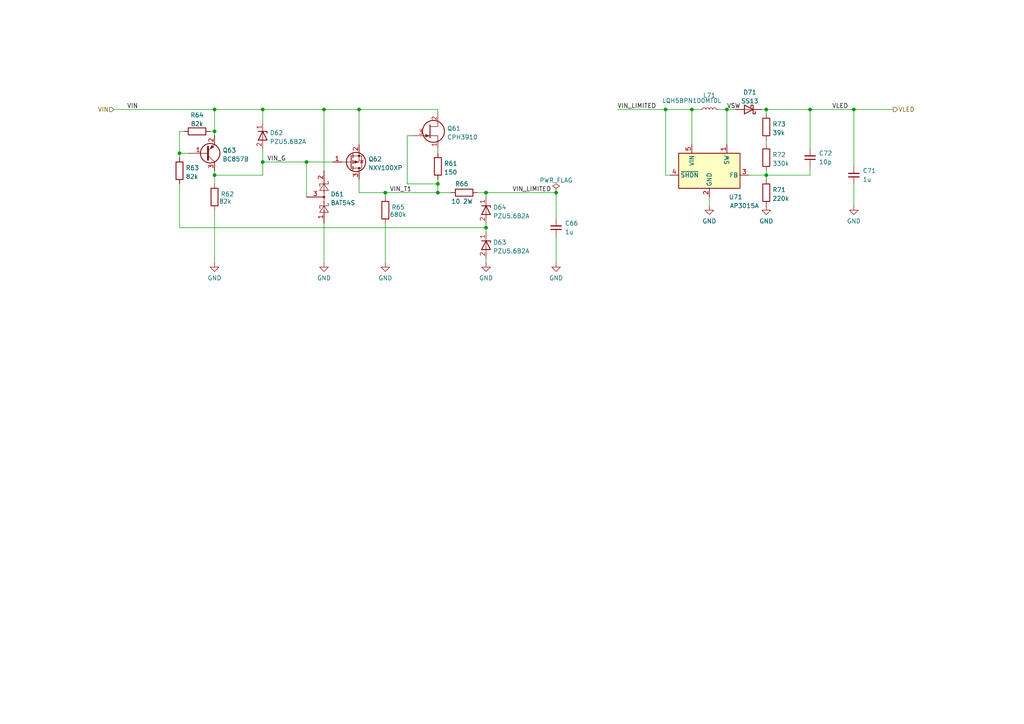
<source format=kicad_sch>
(kicad_sch (version 20211123) (generator eeschema)
  (paper "A4")
  (lib_symbols
    (symbol "AA-OSA-Basic:BAT54S" (pin_names (offset 1.016))
      (property "Reference" "D" (at 0.635 -3.81 0))
      (property "Value" "BAT54S" (at -6.35 3.175 0))
      (symbol "BAT54S_0_1"
        (polyline (pts (xy -3.81 0) (xy -1.27 0)))
        (polyline (pts (xy -3.175 -1.27) (xy -3.175 -1.016)))
        (polyline (pts (xy -2.54 -1.27) (xy -3.175 -1.27)))
        (polyline (pts (xy -2.54 -1.27) (xy -2.54 1.27)))
        (polyline (pts (xy -2.54 1.27) (xy -1.905 1.27)))
        (polyline (pts (xy -1.905 0) (xy 1.905 0)))
        (polyline (pts (xy -1.905 1.27) (xy -1.905 1.016)))
        (polyline (pts (xy 1.27 0) (xy 3.81 0)))
        (polyline (pts (xy 3.175 -1.27) (xy 3.175 -1.016)))
        (polyline (pts (xy 3.81 -1.27) (xy 3.175 -1.27)))
        (polyline (pts (xy 3.81 -1.27) (xy 3.81 1.27)))
        (polyline (pts (xy 3.81 1.27) (xy 4.445 1.27)))
        (polyline (pts (xy 4.445 1.27) (xy 4.445 1.016)))
        (polyline (pts (xy -4.445 1.27) (xy -4.445 -1.27) (xy -2.54 0) (xy -4.445 1.27)))
        (polyline (pts (xy 1.905 1.27) (xy 1.905 -1.27) (xy 3.81 0) (xy 1.905 1.27)))
        (circle (center 0 0) (radius 0.254) (fill (type outline)))
      )
      (symbol "BAT54S_1_1"
        (pin passive line (at -7.62 0 0) (length 3.81) (name "~") (number "1"))
        (pin passive line (at 7.62 0 180) (length 3.81) (name "~") (number "2"))
        (pin passive line (at 0 -5.08 90) (length 5.08) (name "~") (number "3"))
      )
    )
    (symbol "AA-OSA-Basic:BC857B" (pin_names (offset 0) hide)
      (property "Reference" "Q" (at 5.08 1.905 0))
      (property "Value" "BC857B" (at 5.08 0 0))
      (symbol "BC857B_0_1"
        (polyline (pts (xy 0.635 0.635) (xy 2.54 2.54)))
        (polyline (pts (xy 0.635 -0.635) (xy 2.54 -2.54) (xy 2.54 -2.54)))
        (polyline (pts (xy 0.635 1.905) (xy 0.635 -1.905) (xy 0.635 -1.905)) (stroke (width 0.508)))
        (polyline (pts (xy 2.286 -1.778) (xy 1.778 -2.286) (xy 1.27 -1.27) (xy 2.286 -1.778) (xy 2.286 -1.778)) (fill (type outline)))
        (circle (center 1.27 0) (radius 2.8194) (stroke (width 0.254)))
      )
      (symbol "BC857B_1_1"
        (pin input line (at -5.08 0 0) (length 5.715) (name "B") (number "1"))
        (pin passive line (at 2.54 -5.08 90) (length 2.54) (name "E") (number "2"))
        (pin passive line (at 2.54 5.08 270) (length 2.54) (name "C") (number "3"))
      )
    )
    (symbol "AA-OSA-Basic:CPH3910" (pin_names (offset 0) hide)
      (property "Reference" "Q" (at 5.08 1.27 0))
      (property "Value" "CPH3910" (at 5.08 -1.27 0))
      (symbol "CPH3910_0_1"
        (polyline (pts (xy 0.254 1.905) (xy 0.254 -1.905) (xy 0.254 -1.905)) (stroke (width 0.254)))
        (polyline (pts (xy 2.54 -2.54) (xy 2.54 -1.27) (xy 0.254 -1.27)))
        (polyline (pts (xy 2.54 2.54) (xy 2.54 1.397) (xy 0.254 1.397)))
        (polyline (pts (xy 0 -1.27) (xy -1.016 -0.889) (xy -1.016 -1.651) (xy 0 -1.27)) (fill (type outline)))
        (circle (center 1.27 0) (radius 3.175) (stroke (width 0.254)))
      )
      (symbol "CPH3910_1_1"
        (pin passive line (at 2.54 -5.08 90) (length 2.54) (name "S") (number "1"))
        (pin passive line (at 2.54 5.08 270) (length 2.54) (name "D") (number "2"))
        (pin input line (at -5.08 -1.27 0) (length 5.334) (name "G") (number "3"))
      )
    )
    (symbol "AA-OSA-Basic:NXV100XP" (pin_names (offset 0) hide)
      (property "Reference" "Q" (at 5.08 1.27 0))
      (property "Value" "NXV100XP" (at 5.08 -1.27 0))
      (property "Spice_Primitive" "X" (at 5.08 1.27 0))
      (property "Spice_Model" "NXV100XP" (at 5.08 1.27 0))
      (property "Spice_Netlist_Enabled" "Y" (at 5.08 1.27 0))
      (property "Spice_Lib_File" "/Users/osa/ELEC/libs/Spice/AA-osa-MosfetP.pspice" (at 5.08 1.27 0))
      (symbol "NXV100XP_0_1"
        (polyline (pts (xy 0.254 0) (xy -2.54 0)))
        (polyline (pts (xy 0.254 1.905) (xy 0.254 -1.905)) (stroke (width 0.254)))
        (polyline (pts (xy 0.762 -1.27) (xy 0.762 -2.286)) (stroke (width 0.254)))
        (polyline (pts (xy 0.762 0.508) (xy 0.762 -0.508)) (stroke (width 0.254)))
        (polyline (pts (xy 0.762 2.286) (xy 0.762 1.27)) (stroke (width 0.254)))
        (polyline (pts (xy 2.54 2.54) (xy 2.54 1.778)))
        (polyline (pts (xy 2.54 -2.54) (xy 2.54 0) (xy 0.762 0)))
        (polyline (pts (xy 0.762 1.778) (xy 3.302 1.778) (xy 3.302 -1.778) (xy 0.762 -1.778)))
        (polyline (pts (xy 2.286 0) (xy 1.27 0.381) (xy 1.27 -0.381) (xy 2.286 0)) (fill (type outline)))
        (polyline (pts (xy 2.794 -0.508) (xy 2.921 -0.381) (xy 3.683 -0.381) (xy 3.81 -0.254)))
        (polyline (pts (xy 3.302 -0.381) (xy 2.921 0.254) (xy 3.683 0.254) (xy 3.302 -0.381)))
        (circle (center 1.651 0) (radius 2.794) (stroke (width 0.254)))
        (circle (center 2.54 -1.778) (radius 0.254) (fill (type outline)))
        (circle (center 2.54 1.778) (radius 0.254) (fill (type outline)))
      )
      (symbol "NXV100XP_1_1"
        (pin input line (at -5.08 0 0) (length 2.54) (name "G") (number "1"))
        (pin passive line (at 2.54 -5.08 90) (length 2.54) (name "S") (number "2"))
        (pin passive line (at 2.54 5.08 270) (length 2.54) (name "D") (number "3"))
      )
    )
    (symbol "AA-OSA-Basic:Zener_SOD323" (pin_names (offset 1.016) hide)
      (property "Reference" "D" (at 0 2.54 0))
      (property "Value" "Zener_SOD323" (at 0 -2.54 0))
      (symbol "Zener_SOD323_0_1"
        (polyline (pts (xy 1.27 0) (xy -1.27 0)))
        (polyline (pts (xy -1.27 -1.27) (xy -1.27 1.27) (xy -0.762 1.27)) (stroke (width 0.254)))
        (polyline (pts (xy 1.27 -1.27) (xy 1.27 1.27) (xy -1.27 0) (xy 1.27 -1.27)) (stroke (width 0.254)))
      )
      (symbol "Zener_SOD323_1_1"
        (pin passive line (at -3.81 0 0) (length 2.54) (name "K") (number "1"))
        (pin passive line (at 3.81 0 180) (length 2.54) (name "A") (number "2"))
      )
    )
    (symbol "AA-OSA-Power:AP3015A"
      (property "Reference" "U" (at 3.81 -6.35 0))
      (property "Value" "AP3015A" (at 7.62 -8.89 0))
      (symbol "AP3015A_0_1"
        (rectangle (start -8.89 5.08) (end 8.89 -5.08) (stroke (width 0.254)) (fill (type background)))
      )
      (symbol "AP3015A_1_1"
        (pin output line (at 5.08 7.62 270) (length 2.54) (name "SW") (number "1"))
        (pin power_in line (at 0 -7.62 90) (length 2.54) (name "GND") (number "2"))
        (pin input line (at 11.43 -1.27 180) (length 2.54) (name "FB") (number "3"))
        (pin input line (at -11.43 -1.27 0) (length 2.54) (name "~{SHDN}") (number "4"))
        (pin power_in line (at -5.08 7.62 270) (length 2.54) (name "VIN") (number "5"))
      )
    )
    (symbol "Device:C_Small" (pin_numbers hide) (pin_names (offset 0.254) hide)
      (property "Reference" "C" (at 0.254 1.778 0))
      (property "Value" "C_Small" (at 0.254 -2.032 0))
      (symbol "C_Small_0_1"
        (polyline (pts (xy -1.524 -0.508) (xy 1.524 -0.508)) (stroke (width 0.3302)))
        (polyline (pts (xy -1.524 0.508) (xy 1.524 0.508)) (stroke (width 0.3048)))
      )
      (symbol "C_Small_1_1"
        (pin passive line (at 0 2.54 270) (length 2.032) (name "~") (number "1"))
        (pin passive line (at 0 -2.54 90) (length 2.032) (name "~") (number "2"))
      )
    )
    (symbol "Device:D_Schottky" (pin_numbers hide) (pin_names (offset 1.016) hide)
      (property "Reference" "D" (at 0 2.54 0))
      (property "Value" "D_Schottky" (at 0 -2.54 0))
      (symbol "D_Schottky_0_1"
        (polyline (pts (xy 1.27 0) (xy -1.27 0)))
        (polyline (pts (xy 1.27 1.27) (xy 1.27 -1.27) (xy -1.27 0) (xy 1.27 1.27)) (stroke (width 0.254)))
        (polyline (pts (xy -1.905 0.635) (xy -1.905 1.27) (xy -1.27 1.27) (xy -1.27 -1.27) (xy -0.635 -1.27) (xy -0.635 -0.635)) (stroke (width 0.254)))
      )
      (symbol "D_Schottky_1_1"
        (pin passive line (at -3.81 0 0) (length 2.54) (name "K") (number "1"))
        (pin passive line (at 3.81 0 180) (length 2.54) (name "A") (number "2"))
      )
    )
    (symbol "Device:L_Small" (pin_numbers hide) (pin_names (offset 0.254) hide)
      (property "Reference" "L" (at 0.762 1.016 0))
      (property "Value" "L_Small" (at 0.762 -1.016 0))
      (symbol "L_Small_0_1"
        (arc (start 0 -2.032) (mid 0.508 -1.524) (end 0 -1.016))
        (arc (start 0 -1.016) (mid 0.508 -0.508) (end 0 0))
        (arc (start 0 0) (mid 0.508 0.508) (end 0 1.016))
        (arc (start 0 1.016) (mid 0.508 1.524) (end 0 2.032))
      )
      (symbol "L_Small_1_1"
        (pin passive line (at 0 2.54 270) (length 0.508) (name "~") (number "1"))
        (pin passive line (at 0 -2.54 90) (length 0.508) (name "~") (number "2"))
      )
    )
    (symbol "Device:R" (pin_numbers hide) (pin_names (offset 0))
      (property "Reference" "R" (at 2.032 0 90))
      (property "Value" "R" (at 0 0 90))
      (symbol "R_0_1"
        (rectangle (start -1.016 -2.54) (end 1.016 2.54) (stroke (width 0.254)))
      )
      (symbol "R_1_1"
        (pin passive line (at 0 3.81 270) (length 1.27) (name "~") (number "1"))
        (pin passive line (at 0 -3.81 90) (length 1.27) (name "~") (number "2"))
      )
    )
    (symbol "power:GND" (power) (pin_names (offset 0))
      (property "Value" "GND" (at 0 -3.81 0))
      (symbol "GND_0_1"
        (polyline (pts (xy 0 0) (xy 0 -1.27) (xy 1.27 -1.27) (xy 0 -2.54) (xy -1.27 -1.27) (xy 0 -1.27)))
      )
      (symbol "GND_1_1"
        (pin power_in line (at 0 0 270) (length 0) hide (name "GND") (number "1"))
      )
    )
    (symbol "power:PWR_FLAG" (power) (pin_numbers hide) (pin_names (offset 0) hide)
      (property "Value" "PWR_FLAG" (at 0 3.81 0))
      (symbol "PWR_FLAG_0_0"
        (pin power_out line (at 0 0 90) (length 0) (name "pwr") (number "1"))
      )
      (symbol "PWR_FLAG_0_1"
        (polyline (pts (xy 0 0) (xy 0 1.27) (xy -1.016 1.905) (xy 0 2.54) (xy 1.016 1.905) (xy 0 1.27)))
      )
    )
  )
  (junction (at 247.65 31.75))
  (junction (at 210.82 31.75))
  (junction (at 161.29 55.88))
  (junction (at 234.95 31.75))
  (junction (at 222.25 50.8))
  (junction (at 88.9 46.99))
  (junction (at 93.98 31.75))
  (junction (at 193.04 31.75))
  (junction (at 76.2 46.99))
  (junction (at 200.66 31.75))
  (junction (at 111.76 55.88))
  (junction (at 140.97 66.04))
  (junction (at 127 53.34))
  (junction (at 76.2 31.75))
  (junction (at 222.25 31.75))
  (junction (at 52.07 44.45))
  (junction (at 62.23 50.8))
  (junction (at 62.23 31.75))
  (junction (at 62.23 38.1))
  (junction (at 140.97 55.88))
  (junction (at 104.14 31.75))
  (junction (at 127 55.88))
  (wire (pts (xy 140.97 76.2) (xy 140.97 74.93)))
  (wire (pts (xy 179.07 31.75) (xy 193.04 31.75)))
  (wire (pts (xy 88.9 46.99) (xy 88.9 57.15)))
  (wire (pts (xy 111.76 57.15) (xy 111.76 55.88)))
  (wire (pts (xy 54.61 44.45) (xy 52.07 44.45)))
  (wire (pts (xy 193.04 31.75) (xy 193.04 50.8)))
  (wire (pts (xy 138.43 55.88) (xy 140.97 55.88)))
  (wire (pts (xy 220.98 31.75) (xy 222.25 31.75)))
  (wire (pts (xy 104.14 31.75) (xy 127 31.75)))
  (wire (pts (xy 93.98 76.2) (xy 93.98 64.77)))
  (wire (pts (xy 127 31.75) (xy 127 33.02)))
  (wire (pts (xy 111.76 76.2) (xy 111.76 64.77)))
  (wire (pts (xy 127 53.34) (xy 127 52.07)))
  (wire (pts (xy 118.11 39.37) (xy 118.11 53.34)))
  (wire (pts (xy 222.25 31.75) (xy 222.25 33.02)))
  (wire (pts (xy 193.04 31.75) (xy 200.66 31.75)))
  (wire (pts (xy 60.96 38.1) (xy 62.23 38.1)))
  (wire (pts (xy 213.36 31.75) (xy 210.82 31.75)))
  (wire (pts (xy 96.52 46.99) (xy 88.9 46.99)))
  (wire (pts (xy 140.97 67.31) (xy 140.97 66.04)))
  (wire (pts (xy 200.66 31.75) (xy 200.66 41.91)))
  (wire (pts (xy 222.25 41.91) (xy 222.25 40.64)))
  (wire (pts (xy 234.95 31.75) (xy 234.95 43.18)))
  (wire (pts (xy 93.98 31.75) (xy 93.98 49.53)))
  (wire (pts (xy 203.2 31.75) (xy 200.66 31.75)))
  (wire (pts (xy 88.9 46.99) (xy 76.2 46.99)))
  (wire (pts (xy 104.14 52.07) (xy 104.14 55.88)))
  (wire (pts (xy 222.25 50.8) (xy 222.25 52.07)))
  (wire (pts (xy 118.11 39.37) (xy 119.38 39.37)))
  (wire (pts (xy 93.98 31.75) (xy 104.14 31.75)))
  (wire (pts (xy 62.23 60.96) (xy 62.23 76.2)))
  (wire (pts (xy 161.29 55.88) (xy 140.97 55.88)))
  (wire (pts (xy 52.07 38.1) (xy 52.07 44.45)))
  (wire (pts (xy 208.28 31.75) (xy 210.82 31.75)))
  (wire (pts (xy 234.95 50.8) (xy 222.25 50.8)))
  (wire (pts (xy 210.82 31.75) (xy 210.82 41.91)))
  (wire (pts (xy 140.97 55.88) (xy 140.97 57.15)))
  (wire (pts (xy 62.23 38.1) (xy 62.23 39.37)))
  (wire (pts (xy 62.23 50.8) (xy 76.2 50.8)))
  (wire (pts (xy 76.2 35.56) (xy 76.2 31.75)))
  (wire (pts (xy 33.02 31.75) (xy 62.23 31.75)))
  (wire (pts (xy 127 44.45) (xy 127 43.18)))
  (wire (pts (xy 247.65 59.69) (xy 247.65 53.34)))
  (wire (pts (xy 140.97 66.04) (xy 140.97 64.77)))
  (wire (pts (xy 222.25 31.75) (xy 234.95 31.75)))
  (wire (pts (xy 53.34 38.1) (xy 52.07 38.1)))
  (wire (pts (xy 234.95 31.75) (xy 247.65 31.75)))
  (wire (pts (xy 62.23 53.34) (xy 62.23 50.8)))
  (wire (pts (xy 76.2 31.75) (xy 93.98 31.75)))
  (wire (pts (xy 111.76 55.88) (xy 127 55.88)))
  (wire (pts (xy 161.29 76.2) (xy 161.29 68.58)))
  (wire (pts (xy 104.14 55.88) (xy 111.76 55.88)))
  (wire (pts (xy 52.07 53.34) (xy 52.07 66.04)))
  (wire (pts (xy 76.2 46.99) (xy 76.2 50.8)))
  (wire (pts (xy 52.07 66.04) (xy 140.97 66.04)))
  (wire (pts (xy 205.74 57.15) (xy 205.74 59.69)))
  (wire (pts (xy 247.65 31.75) (xy 259.08 31.75)))
  (wire (pts (xy 217.17 50.8) (xy 222.25 50.8)))
  (wire (pts (xy 104.14 31.75) (xy 104.14 41.91)))
  (wire (pts (xy 234.95 48.26) (xy 234.95 50.8)))
  (wire (pts (xy 194.31 50.8) (xy 193.04 50.8)))
  (wire (pts (xy 222.25 49.53) (xy 222.25 50.8)))
  (wire (pts (xy 161.29 63.5) (xy 161.29 55.88)))
  (wire (pts (xy 62.23 50.8) (xy 62.23 49.53)))
  (wire (pts (xy 127 55.88) (xy 130.81 55.88)))
  (wire (pts (xy 118.11 53.34) (xy 127 53.34)))
  (wire (pts (xy 76.2 43.18) (xy 76.2 46.99)))
  (wire (pts (xy 62.23 31.75) (xy 62.23 38.1)))
  (wire (pts (xy 62.23 31.75) (xy 76.2 31.75)))
  (wire (pts (xy 52.07 44.45) (xy 52.07 45.72)))
  (wire (pts (xy 247.65 31.75) (xy 247.65 48.26)))
  (wire (pts (xy 127 53.34) (xy 127 55.88)))
  (label "VIN_G" (at 77.47 46.99 0))
  (label "VSW" (at 210.82 31.75 0))
  (label "VLED" (at 241.3 31.75 0))
  (label "VIN_LIMITED" (at 179.07 31.75 0))
  (label "VIN" (at 36.83 31.75 0))
  (label "VIN_T1" (at 113.03 55.88 0))
  (label "VIN_LIMITED" (at 148.59 55.88 0))
  (hierarchical_label "VIN" (shape input) (at 33.02 31.75 180))
  (hierarchical_label "VLED" (shape output) (at 259.08 31.75 0))
  (symbol (lib_id "power:PWR_FLAG") (at 161.29 55.88 0) (unit 1)
    (property "Reference" "#FLG04" (effects hide))
    (property "Value" "PWR_FLAG" (at 161.29 52.3042 0))
  )
  (symbol (lib_id "AA-OSA-Power:AP3015A") (at 205.74 49.53 0) (unit 1)
    (property "Reference" "U71" (at 213.36 57.15 0))
    (property "Value" "AP3015A" (at 215.9 59.69 0))
    (property "Footprint" "AA-OSA-Packages:SOT-23-5_HandSoldering" (effects hide))
    (property "Datasheet" "https://www.ablic.com/en/doc/datasheet/switching_regulator/S8355_56_57_58_E.pdf" (effects hide))
  )
  (symbol (lib_id "power:GND") (at 140.97 76.2 0) (unit 1)
    (property "Reference" "#PWR04" (effects hide))
    (property "Value" "GND" (at 140.97 80.6434 0))
  )
  (symbol (lib_id "AA-OSA-Basic:Zener_SOD323") (at 76.2 39.37 270) (unit 1)
    (property "Reference" "D62" (at 78.232 38.5353 90) (effects (justify left)))
    (property "Value" "PZU5.6B2A" (at 78.232 41.0722 90) (effects (justify left)))
    (property "Footprint" "Diode_SMD:D_SOD-323_HandSoldering" (effects hide))
    (property "Spice_Primitive" "D" (effects hide))
    (property "Spice_Model" "PZU5_6B3A" (effects hide))
    (property "Spice_Netlist_Enabled" "Y" (effects hide))
    (property "Spice_Lib_File" "/Users/osa/ELEC/libs/Spice/AA-osa-Zener.pspice" (effects hide))
    (property "Spice_Node_Sequence" "2 1" (effects hide))
  )
  (symbol (lib_id "Device:R") (at 111.76 60.96 180) (unit 1)
    (property "Reference" "R65" (at 113.538 60.1253 0) (effects (justify right)))
    (property "Value" "680k" (at 113.03 62.23 0) (effects (justify right)))
    (property "Footprint" "Resistor_SMD:R_0805_2012Metric_Pad1.20x1.40mm_HandSolder" (effects hide))
  )
  (symbol (lib_id "Device:R") (at 222.25 45.72 180) (unit 1)
    (property "Reference" "R72" (at 224.028 44.8853 0) (effects (justify right)))
    (property "Value" "330k" (at 224.028 47.4222 0) (effects (justify right)))
    (property "Footprint" "Resistor_SMD:R_0805_2012Metric_Pad1.20x1.40mm_HandSolder" (effects hide))
  )
  (symbol (lib_id "Device:R") (at 222.25 55.88 180) (unit 1)
    (property "Reference" "R71" (at 224.028 55.0453 0) (effects (justify right)))
    (property "Value" "220k" (at 224.028 57.5822 0) (effects (justify right)))
    (property "Footprint" "Resistor_SMD:R_0805_2012Metric_Pad1.20x1.40mm_HandSolder" (effects hide))
  )
  (symbol (lib_id "power:GND") (at 247.65 59.69 0) (unit 1)
    (property "Reference" "#PWR037" (effects hide))
    (property "Value" "GND" (at 247.65 64.1334 0))
  )
  (symbol (lib_id "AA-OSA-Basic:NXV100XP") (at 101.6 46.99 0) (mirror x) (unit 1)
    (property "Reference" "Q62" (at 106.807 46.1553 0) (effects (justify left)))
    (property "Value" "NXV100XP" (at 106.807 48.6922 0) (effects (justify left)))
    (property "Footprint" "AA-OSA-Packages:SOT-23_Handsoldering" (effects hide))
    (property "Datasheet" "https://assets.nexperia.com/documents/data-sheet/NXV100XP.pdf" (effects hide))
    (property "Spice_Primitive" "X" (effects hide))
    (property "Spice_Model" "NXV100XP" (effects hide))
    (property "Spice_Netlist_Enabled" "Y" (effects hide))
    (property "Spice_Lib_File" "/Users/osa/ELEC/libs/Spice/AA-osa-MosfetP.pspice" (effects hide))
  )
  (symbol (lib_id "AA-OSA-Basic:Zener_SOD323") (at 140.97 60.96 270) (unit 1)
    (property "Reference" "D64" (at 143.002 60.1253 90) (effects (justify left)))
    (property "Value" "PZU5.6B2A" (at 143.002 62.6622 90) (effects (justify left)))
    (property "Footprint" "Diode_SMD:D_SOD-323_HandSoldering" (effects hide))
    (property "Spice_Primitive" "D" (effects hide))
    (property "Spice_Model" "PZU5_6B3A" (effects hide))
    (property "Spice_Netlist_Enabled" "Y" (effects hide))
    (property "Spice_Lib_File" "/Users/osa/ELEC/libs/Spice/AA-osa-Zener.pspice" (effects hide))
    (property "Spice_Node_Sequence" "2 1" (effects hide))
  )
  (symbol (lib_id "Device:R") (at 62.23 57.15 180) (unit 1)
    (property "Reference" "R62" (at 64.008 56.3153 0) (effects (justify right)))
    (property "Value" "82k" (at 63.5 58.42 0) (effects (justify right)))
    (property "Footprint" "Resistor_SMD:R_0805_2012Metric_Pad1.20x1.40mm_HandSolder" (effects hide))
  )
  (symbol (lib_id "Device:R") (at 127 48.26 180) (unit 1)
    (property "Reference" "R61" (at 128.778 47.4253 0) (effects (justify right)))
    (property "Value" "150" (at 128.778 49.9622 0) (effects (justify right)))
    (property "Footprint" "Resistor_SMD:R_0805_2012Metric_Pad1.20x1.40mm_HandSolder" (effects hide))
  )
  (symbol (lib_id "Device:R") (at 134.62 55.88 90) (unit 1)
    (property "Reference" "R66" (at 135.89 53.34 90) (effects (justify left)))
    (property "Value" "10 2W" (at 137.16 58.42 90) (effects (justify left)))
    (property "Footprint" "Resistor_SMD:R_2512_6332Metric_Pad1.40x3.35mm_HandSolder" (effects hide))
    (property "Spice_Model" "10" (effects hide))
    (property "Spice_Netlist_Enabled" "Y" (effects hide))
  )
  (symbol (lib_id "Device:R") (at 52.07 49.53 180) (unit 1)
    (property "Reference" "R63" (at 53.848 48.6953 0) (effects (justify right)))
    (property "Value" "82k" (at 53.848 51.2322 0) (effects (justify right)))
    (property "Footprint" "Resistor_SMD:R_0805_2012Metric_Pad1.20x1.40mm_HandSolder" (effects hide))
  )
  (symbol (lib_id "power:GND") (at 222.25 59.69 0) (unit 1)
    (property "Reference" "#PWR036" (effects hide))
    (property "Value" "GND" (at 222.25 64.1334 0))
  )
  (symbol (lib_id "AA-OSA-Basic:BAT54S") (at 93.98 57.15 270) (mirror x) (unit 1)
    (property "Reference" "D61" (at 95.885 56.3153 90) (effects (justify left)))
    (property "Value" "BAT54S" (at 95.885 58.8522 90) (effects (justify left)))
    (property "Footprint" "AA-OSA-Packages:SOT-23_Handsoldering" (effects hide))
    (property "Datasheet" "https://www.diodes.com/assets/Datasheets/ds11005.pdf" (effects hide))
    (property "Spice_Primitive" "X" (effects hide))
    (property "Spice_Model" "BAT54S" (effects hide))
    (property "Spice_Netlist_Enabled" "Y" (effects hide))
    (property "Spice_Lib_File" "/Users/osa/ELEC/libs/Spice/AA-osa-Diode.pspice" (effects hide))
  )
  (symbol (lib_id "Device:C_Small") (at 234.95 45.72 180) (unit 1)
    (property "Reference" "C72" (at 237.49 44.45 0) (effects (justify right)))
    (property "Value" "10p" (at 237.49 46.99 0) (effects (justify right)))
    (property "Footprint" "Capacitor_SMD:C_0805_2012Metric_Pad1.18x1.45mm_HandSolder" (effects hide))
  )
  (symbol (lib_id "Device:C_Small") (at 247.65 50.8 180) (unit 1)
    (property "Reference" "C71" (at 250.19 49.53 0) (effects (justify right)))
    (property "Value" "1u" (at 250.19 52.07 0) (effects (justify right)))
    (property "Footprint" "Capacitor_SMD:C_0805_2012Metric_Pad1.18x1.45mm_HandSolder" (effects hide))
  )
  (symbol (lib_id "power:GND") (at 62.23 76.2 0) (unit 1)
    (property "Reference" "#PWR010" (effects hide))
    (property "Value" "GND" (at 62.23 80.6434 0))
  )
  (symbol (lib_id "Device:L_Small") (at 205.74 31.75 90) (unit 1)
    (property "Reference" "L71" (at 205.74 27.6692 90))
    (property "Value" "LQH5BPN100MT0L" (at 200.66 29.21 90))
    (property "Footprint" "AA-OSA-Power:L_6.5x6.5_H4.5" (effects hide))
  )
  (symbol (lib_id "power:GND") (at 93.98 76.2 0) (unit 1)
    (property "Reference" "#PWR09" (effects hide))
    (property "Value" "GND" (at 93.98 80.6434 0))
  )
  (symbol (lib_id "power:GND") (at 111.76 76.2 0) (unit 1)
    (property "Reference" "#PWR017" (effects hide))
    (property "Value" "GND" (at 111.76 80.6434 0))
  )
  (symbol (lib_id "Device:D_Schottky") (at 217.17 31.75 180) (unit 1)
    (property "Reference" "D71" (at 217.4875 26.7802 0))
    (property "Value" "SS13" (at 217.4875 29.3171 0))
    (property "Footprint" "AA-OSA-Packages:D_SMA+SMP_Handsoldering" (effects hide))
  )
  (symbol (lib_id "AA-OSA-Basic:Zener_SOD323") (at 140.97 71.12 270) (unit 1)
    (property "Reference" "D63" (at 143.002 70.2853 90) (effects (justify left)))
    (property "Value" "PZU5.6B2A" (at 143.002 72.8222 90) (effects (justify left)))
    (property "Footprint" "Diode_SMD:D_SOD-323_HandSoldering" (effects hide))
    (property "Spice_Primitive" "D" (effects hide))
    (property "Spice_Model" "PZU5_6B3A" (effects hide))
    (property "Spice_Netlist_Enabled" "Y" (effects hide))
    (property "Spice_Lib_File" "/Users/osa/ELEC/libs/Spice/AA-osa-Zener.pspice" (effects hide))
    (property "Spice_Node_Sequence" "2 1" (effects hide))
  )
  (symbol (lib_id "power:GND") (at 205.74 59.69 0) (unit 1)
    (property "Reference" "#PWR035" (effects hide))
    (property "Value" "GND" (at 205.74 64.1334 0))
  )
  (symbol (lib_id "AA-OSA-Basic:BC857B") (at 59.69 44.45 0) (mirror x) (unit 1)
    (property "Reference" "Q63" (at 64.5414 43.6153 0) (effects (justify left)))
    (property "Value" "BC857B" (at 64.5414 46.1522 0) (effects (justify left)))
    (property "Footprint" "AA-OSA-Packages:SOT-23_Handsoldering" (effects hide))
    (property "Datasheet" "https://www.onsemi.com/pdf/datasheet/mmbta55lt1-d.pdf" (effects hide))
    (property "Spice_Primitive" "Q" (effects hide))
    (property "Spice_Model" "MMBTA55" (effects hide))
    (property "Spice_Netlist_Enabled" "Y" (effects hide))
    (property "Spice_Node_Sequence" "3 1 2" (effects hide))
    (property "Spice_Lib_File" "/Users/osa/ELEC/libs/Spice/AA-osa-PNP.pspice" (effects hide))
  )
  (symbol (lib_id "power:GND") (at 161.29 76.2 0) (unit 1)
    (property "Reference" "#PWR013" (effects hide))
    (property "Value" "GND" (at 161.29 80.6434 0))
  )
  (symbol (lib_id "Device:R") (at 222.25 36.83 180) (unit 1)
    (property "Reference" "R73" (at 224.028 35.9953 0) (effects (justify right)))
    (property "Value" "39k" (at 224.028 38.5322 0) (effects (justify right)))
    (property "Footprint" "Resistor_SMD:R_0805_2012Metric_Pad1.20x1.40mm_HandSolder" (effects hide))
  )
  (symbol (lib_id "Device:R") (at 57.15 38.1 270) (unit 1)
    (property "Reference" "R64" (at 57.15 33.3842 90))
    (property "Value" "82k" (at 57.15 35.9211 90))
    (property "Footprint" "Resistor_SMD:R_0805_2012Metric_Pad1.20x1.40mm_HandSolder" (effects hide))
  )
  (symbol (lib_id "AA-OSA-Basic:CPH3910") (at 124.46 38.1 0) (unit 1)
    (property "Reference" "Q61" (at 129.667 37.2653 0) (effects (justify left)))
    (property "Value" "CPH3910" (at 129.667 39.8022 0) (effects (justify left)))
    (property "Footprint" "AA-OSA-Packages:SOT-23_Handsoldering" (effects hide))
    (property "Datasheet" "https://www.onsemi.com/download/data-sheet/pdf/cph3910-d.pdf" (effects hide))
    (property "Spice_Primitive" "X" (effects hide))
    (property "Spice_Model" "CPH3910" (effects hide))
    (property "Spice_Netlist_Enabled" "Y" (effects hide))
    (property "Spice_Lib_File" "/Users/osa/ELEC/libs/Spice/AA-osa-JfetN.pspice" (effects hide))
  )
  (symbol (lib_id "Device:C_Small") (at 161.29 66.04 180) (unit 1)
    (property "Reference" "C66" (at 163.83 64.77 0) (effects (justify right)))
    (property "Value" "1u" (at 163.83 67.31 0) (effects (justify right)))
    (property "Footprint" "Capacitor_SMD:C_0805_2012Metric_Pad1.18x1.45mm_HandSolder" (effects hide))
  )
)
</source>
